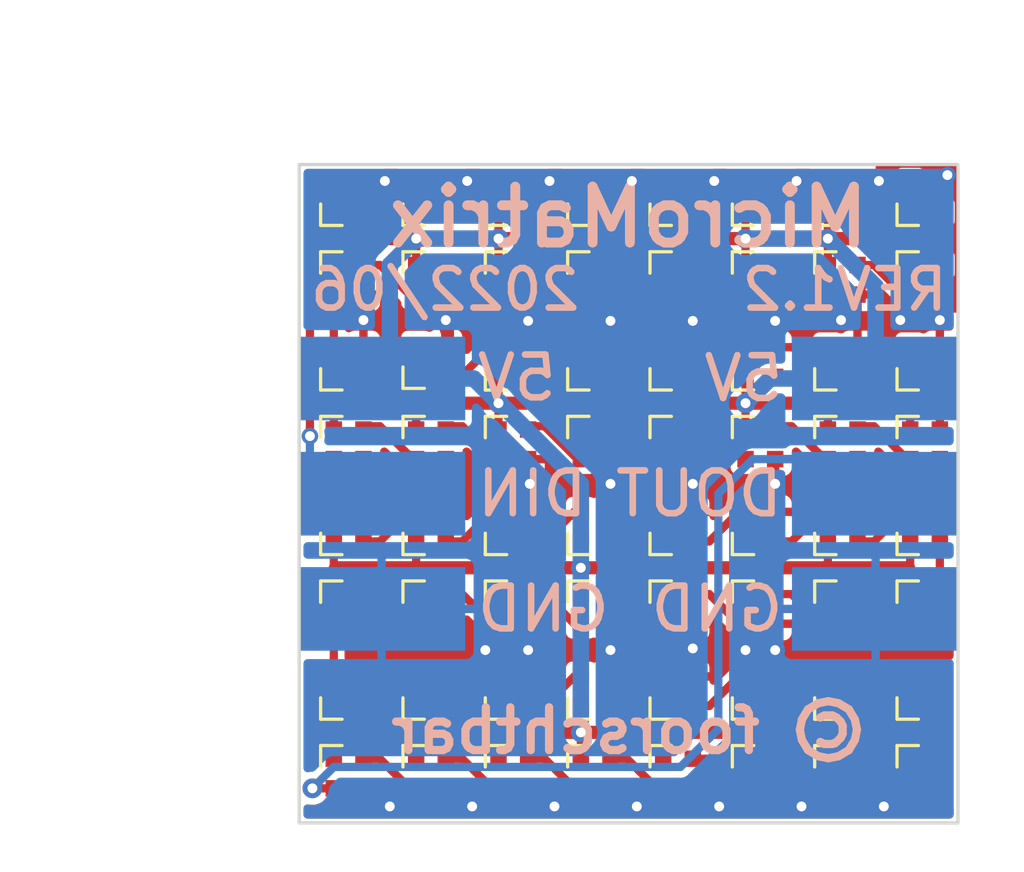
<source format=kicad_pcb>
(kicad_pcb (version 20211014) (generator pcbnew)
  (title_block (title "MicroMatrix") (date "2022-06-17") (rev "1.2") (company "© foorschtbar"))
  (layers (0 "F.Cu" signal) (31 "B.Cu" signal) (34 "B.Paste" user) (35 "F.Paste" user) (36 "B.SilkS" user "B.Silkscreen") (37 "F.SilkS" user "F.Silkscreen") (38 "B.Mask" user) (39 "F.Mask" user) (44 "Edge.Cuts" user))
  (net 0 "")
  (net 1 "Net-(D1-Pad1)")
  (net 2 "GND")
  (net 3 "DIN")
  (net 4 "+5V")
  (net 5 "Net-(D2-Pad1)")
  (net 6 "Net-(D3-Pad1)")
  (net 7 "Net-(D4-Pad1)")
  (net 8 "Net-(D5-Pad1)")
  (net 9 "Net-(D6-Pad1)")
  (net 10 "Net-(D7-Pad1)")
  (net 11 "Net-(D8-Pad1)")
  (net 12 "Net-(D10-Pad3)")
  (net 13 "Net-(D10-Pad1)")
  (net 14 "Net-(D11-Pad1)")
  (net 15 "Net-(D12-Pad1)")
  (net 16 "Net-(D13-Pad1)")
  (net 17 "Net-(D14-Pad1)")
  (net 18 "Net-(D15-Pad1)")
  (net 19 "Net-(D16-Pad1)")
  (net 20 "Net-(D17-Pad1)")
  (net 21 "Net-(D18-Pad1)")
  (net 22 "Net-(D19-Pad1)")
  (net 23 "Net-(D20-Pad1)")
  (net 24 "Net-(D21-Pad1)")
  (net 25 "Net-(D22-Pad1)")
  (net 26 "Net-(D23-Pad1)")
  (net 27 "Net-(D24-Pad1)")
  (net 28 "Net-(D25-Pad1)")
  (net 29 "Net-(D26-Pad1)")
  (net 30 "Net-(D27-Pad1)")
  (net 31 "Net-(D28-Pad1)")
  (net 32 "Net-(D29-Pad1)")
  (net 33 "Net-(D30-Pad1)")
  (net 34 "Net-(D31-Pad1)")
  (net 35 "Net-(D32-Pad1)")
  (net 36 "Net-(D33-Pad1)")
  (net 37 "Net-(D34-Pad1)")
  (net 38 "Net-(D35-Pad1)")
  (net 39 "Net-(D36-Pad1)")
  (net 40 "Net-(D37-Pad1)")
  (net 41 "Net-(D38-Pad1)")
  (net 42 "Net-(D39-Pad1)")
  (net 43 "Net-(D40-Pad1)")
  (net 44 "Net-(D41-Pad1)")
  (net 45 "Net-(D42-Pad1)")
  (net 46 "Net-(D43-Pad1)")
  (net 47 "Net-(D44-Pad1)")
  (net 48 "Net-(D45-Pad1)")
  (net 49 "Net-(D46-Pad1)")
  (net 50 "Net-(D47-Pad1)")
  (net 51 "Net-(D48-Pad1)")
  (net 52 "Net-(D49-Pad1)")
  (net 53 "Net-(D50-Pad1)")
  (net 54 "Net-(D51-Pad1)")
  (net 55 "Net-(D52-Pad1)")
  (net 56 "Net-(D53-Pad1)")
  (net 57 "Net-(D54-Pad1)")
  (net 58 "Net-(D55-Pad1)")
  (net 59 "Net-(D56-Pad1)")
  (net 60 "Net-(D57-Pad1)")
  (net 61 "Net-(D58-Pad1)")
  (net 62 "Net-(D59-Pad1)")
  (net 63 "Net-(D60-Pad1)")
  (net 64 "Net-(D61-Pad1)")
  (net 65 "Net-(D62-Pad1)")
  (net 66 "Net-(D63-Pad1)")
  (net 67 "DOUT")
  (footprint "LED_SMD:LED_SK6812_EC15_1.5x1.5mm" (layer "F.Cu") (at 144 107.5 90)
    (fp_text reference "D59")
    (fp_text value "SK6805")
  )
  (footprint "LED_SMD:LED_SK6812_EC15_1.5x1.5mm" (layer "F.Cu") (at 144 105 180)
    (fp_text reference "D54")
    (fp_text value "SK6805")
  )
  (footprint "LED_SMD:LED_SK6812_EC15_1.5x1.5mm" (layer "F.Cu") (at 134 92.5 90)
    (fp_text reference "D15")
    (fp_text value "SK6805")
  )
  (footprint "" (layer "F.Cu") (at 132.5 99)
    (fp_text reference "")
    (fp_text value "")
  )
  (footprint "LED_SMD:LED_SK6812_EC15_1.5x1.5mm" (layer "F.Cu") (at 136.5 90 180)
    (fp_text reference "D3")
    (fp_text value "SK6805")
  )
  (footprint "LED_SMD:LED_SK6812_EC15_1.5x1.5mm" (layer "F.Cu") (at 134 102.5 90)
    (fp_text reference "D47")
    (fp_text value "SK6805")
  )
  (footprint "LED_SMD:LED_SK6812_EC15_1.5x1.5mm" (layer "F.Cu") (at 146.5 95 180)
    (fp_text reference "D23")
    (fp_text value "SK6805")
  )
  (footprint "" (layer "F.Cu") (at 147.5 95.5)
    (fp_text reference "")
    (fp_text value "")
  )
  (footprint "LED_SMD:LED_SK6812_EC15_1.5x1.5mm" (layer "F.Cu") (at 146.5 97.5 90)
    (fp_text reference "D26")
    (fp_text value "SK6805")
  )
  (footprint "LED_SMD:LED_SK6812_EC15_1.5x1.5mm" (layer "F.Cu") (at 149 105 180)
    (fp_text reference "D56")
    (fp_text value "SK6805")
  )
  (footprint "LED_SMD:LED_SK6812_EC15_1.5x1.5mm" (layer "F.Cu") (at 146.5 105 180)
    (fp_text reference "D55")
    (fp_text value "SK6805")
  )
  (footprint "LED_SMD:LED_SK6812_EC15_1.5x1.5mm" (layer "F.Cu") (at 139 102.5 90)
    (fp_text reference "D45")
    (fp_text value "SK6805")
  )
  (footprint "LED_SMD:LED_SK6812_EC15_1.5x1.5mm" (layer "F.Cu") (at 131.5 97.5 90)
    (fp_text reference "D32")
    (fp_text value "SK6805")
  )
  (footprint "LED_SMD:LED_SK6812_EC15_1.5x1.5mm" (layer "F.Cu") (at 136.5 100 180)
    (fp_text reference "D35")
    (fp_text value "SK6805")
  )
  (footprint "LED_SMD:LED_SK6812_EC15_1.5x1.5mm" (layer "F.Cu") (at 141.5 102.5 90)
    (fp_text reference "D44")
    (fp_text value "SK6805")
  )
  (footprint "LED_SMD:LED_SK6812_EC15_1.5x1.5mm" (layer "F.Cu") (at 131.5 90 180)
    (fp_text reference "D1")
    (fp_text value "SK6805")
  )
  (footprint "LED_SMD:LED_SK6812_EC15_1.5x1.5mm" (layer "F.Cu") (at 139 95 180)
    (fp_text reference "D20")
    (fp_text value "SK6805")
  )
  (footprint "LED_SMD:LED_SK6812_EC15_1.5x1.5mm" (layer "F.Cu") (at 146.5 107.5 90)
    (fp_text reference "D58")
    (fp_text value "SK6805")
  )
  (footprint "LED_SMD:LED_SK6812_EC15_1.5x1.5mm" (layer "F.Cu") (at 134 107.5 90)
    (fp_text reference "D63")
    (fp_text value "SK6805")
  )
  (footprint "" (layer "F.Cu") (at 132.5 94.23)
    (fp_text reference "")
    (fp_text value "")
  )
  (footprint "LED_SMD:LED_SK6812_EC15_1.5x1.5mm" (layer "F.Cu") (at 149 100 180)
    (fp_text reference "D40")
    (fp_text value "SK6805")
  )
  (footprint "LED_SMD:LED_SK6812_EC15_1.5x1.5mm" (layer "F.Cu") (at 136.5 107.5 90)
    (fp_text reference "D62")
    (fp_text value "SK6805")
  )
  (footprint "LED_SMD:LED_SK6812_EC15_1.5x1.5mm" (layer "F.Cu") (at 131.5 107.5 90)
    (fp_text reference "D64")
    (fp_text value "SK6805")
  )
  (footprint "LED_SMD:LED_SK6812_EC15_1.5x1.5mm" (layer "F.Cu") (at 144 102.5 90)
    (fp_text reference "D43")
    (fp_text value "SK6805")
  )
  (footprint "LED_SMD:LED_SK6812_EC15_1.5x1.5mm" (layer "F.Cu") (at 131.5 105 180)
    (fp_text reference "D49")
    (fp_text value "SK6805")
  )
  (footprint "LED_SMD:LED_SK6812_EC15_1.5x1.5mm" (layer "F.Cu") (at 134 94.95 180)
    (fp_text reference "D18")
    (fp_text value "SK6805")
  )
  (footprint "LED_SMD:LED_SK6812_EC15_1.5x1.5mm" (layer "F.Cu") (at 146.5 100 180)
    (fp_text reference "D39")
    (fp_text value "SK6805")
  )
  (footprint "LED_SMD:LED_SK6812_EC15_1.5x1.5mm" (layer "F.Cu") (at 141.5 100 180)
    (fp_text reference "D37")
    (fp_text value "SK6805")
  )
  (footprint "LED_SMD:LED_SK6812_EC15_1.5x1.5mm" (layer "F.Cu") (at 146.5 102.5 90)
    (fp_text reference "D42")
    (fp_text value "SK6805")
  )
  (footprint "LED_SMD:LED_SK6812_EC15_1.5x1.5mm" (layer "F.Cu") (at 139 107.5 90)
    (fp_text reference "D61")
    (fp_text value "SK6805")
  )
  (footprint "LED_SMD:LED_SK6812_EC15_1.5x1.5mm" (layer "F.Cu") (at 141.5 90 180)
    (fp_text reference "D5")
    (fp_text value "SK6805")
  )
  (footprint "LED_SMD:LED_SK6812_EC15_1.5x1.5mm" (layer "F.Cu") (at 141.5 97.5 90)
    (fp_text reference "D28")
    (fp_text value "SK6805")
  )
  (footprint "LED_SMD:LED_SK6812_EC15_1.5x1.5mm" (layer "F.Cu") (at 144 97.5 90)
    (fp_text reference "D27")
    (fp_text value "SK6805")
  )
  (footprint "LED_SMD:LED_SK6812_EC15_1.5x1.5mm" (layer "F.Cu") (at 136.5 95 180)
    (fp_text reference "D19")
    (fp_text value "SK6805")
  )
  (footprint "LED_SMD:LED_SK6812_EC15_1.5x1.5mm" (layer "F.Cu") (at 149 107.5 90)
    (fp_text reference "D57")
    (fp_text value "SK6805")
  )
  (footprint "LED_SMD:LED_SK6812_EC15_1.5x1.5mm" (layer "F.Cu") (at 136.5 97.5 90)
    (fp_text reference "D30")
    (fp_text value "SK6805")
  )
  (footprint "LED_SMD:LED_SK6812_EC15_1.5x1.5mm" (layer "F.Cu") (at 134 90 180)
    (fp_text reference "D2")
    (fp_text value "SK6805")
  )
  (footprint "LED_SMD:LED_SK6812_EC15_1.5x1.5mm" (layer "F.Cu") (at 131.5 92.5 90)
    (fp_text reference "D16")
    (fp_text value "SK6805")
  )
  (footprint "LED_SMD:LED_SK6812_EC15_1.5x1.5mm" (layer "F.Cu") (at 141.5 105 180)
    (fp_text reference "D53")
    (fp_text value "SK6805")
  )
  (footprint "LED_SMD:LED_SK6812_EC15_1.5x1.5mm" (layer "F.Cu") (at 144 92.5 90)
    (fp_text reference "D11")
    (fp_text value "SK6805")
  )
  (footprint "" (layer "F.Cu") (at 147.5 102.5)
    (fp_text reference "")
    (fp_text value "")
  )
  (footprint "LED_SMD:LED_SK6812_EC15_1.5x1.5mm" (layer "F.Cu") (at 141.5 107.5 90)
    (fp_text reference "D60")
    (fp_text value "SK6805")
  )
  (footprint "LED_SMD:LED_SK6812_EC15_1.5x1.5mm" (layer "F.Cu") (at 134 100 180)
    (fp_text reference "D34")
    (fp_text value "SK6805")
  )
  (footprint "LED_SMD:LED_SK6812_EC15_1.5x1.5mm" (layer "F.Cu") (at 134 97.5 90)
    (fp_text reference "D31")
    (fp_text value "SK6805")
  )
  (footprint "LED_SMD:LED_SK6812_EC15_1.5x1.5mm" (layer "F.Cu") (at 139 97.5 90)
    (fp_text reference "D29")
    (fp_text value "SK6805")
  )
  (footprint "LED_SMD:LED_SK6812_EC15_1.5x1.5mm" (layer "F.Cu") (at 139 100 180)
    (fp_text reference "D36")
    (fp_text value "SK6805")
  )
  (footprint "LED_SMD:LED_SK6812_EC15_1.5x1.5mm" (layer "F.Cu") (at 139 90 180)
    (fp_text reference "D4")
    (fp_text value "SK6805")
  )
  (footprint "LED_SMD:LED_SK6812_EC15_1.5x1.5mm" (layer "F.Cu") (at 141.5 92.5 90)
    (fp_text reference "D12")
    (fp_text value "SK6805")
  )
  (footprint "LED_SMD:LED_SK6812_EC15_1.5x1.5mm" (layer "F.Cu") (at 146.5 90 180)
    (fp_text reference "D7")
    (fp_text value "SK6805")
  )
  (footprint "LED_SMD:LED_SK6812_EC15_1.5x1.5mm" (layer "F.Cu") (at 144 90 180)
    (fp_text reference "D6")
    (fp_text value "SK6805")
  )
  (footprint "LED_SMD:LED_SK6812_EC15_1.5x1.5mm" (layer "F.Cu") (at 141.5 95 180)
    (fp_text reference "D21")
    (fp_text value "SK6805")
  )
  (footprint "LED_SMD:LED_SK6812_EC15_1.5x1.5mm" (layer "F.Cu") (at 136.5 105 180)
    (fp_text reference "D51")
    (fp_text value "SK6805")
  )
  (footprint "" (layer "F.Cu") (at 147.5 99)
    (fp_text reference "")
    (fp_text value "")
  )
  (footprint "LED_SMD:LED_SK6812_EC15_1.5x1.5mm" (layer "F.Cu") (at 136.5 92.5 90)
    (fp_text reference "D14")
    (fp_text value "SK6805")
  )
  (footprint "LED_SMD:LED_SK6812_EC15_1.5x1.5mm" (layer "F.Cu") (at 149 95 180)
    (fp_text reference "D24")
    (fp_text value "SK6805")
  )
  (footprint "LED_SMD:LED_SK6812_EC15_1.5x1.5mm" (layer "F.Cu") (at 139 92.5 90)
    (fp_text reference "D13")
    (fp_text value "SK6805")
  )
  (footprint "LED_SMD:LED_SK6812_EC15_1.5x1.5mm" (layer "F.Cu") (at 149 90 180)
    (fp_text reference "D8")
    (fp_text value "SK6805")
  )
  (footprint "LED_SMD:LED_SK6812_EC15_1.5x1.5mm" (layer "F.Cu") (at 146.5 92.5 90)
    (fp_text reference "D10")
    (fp_text value "SK6805")
  )
  (footprint "LED_SMD:LED_SK6812_EC15_1.5x1.5mm" (layer "F.Cu") (at 131.5 102.5 90)
    (fp_text reference "D48")
    (fp_text value "SK6805")
  )
  (footprint "LED_SMD:LED_SK6812_EC15_1.5x1.5mm" (layer "F.Cu") (at 149 97.5 90)
    (fp_text reference "D25")
    (fp_text value "SK6805")
  )
  (footprint "LED_SMD:LED_SK6812_EC15_1.5x1.5mm" (layer "F.Cu") (at 131.5 100 180)
    (fp_text reference "D33")
    (fp_text value "SK6805")
  )
  (footprint "LED_SMD:LED_SK6812_EC15_1.5x1.5mm" (layer "F.Cu") (at 134 105 180)
    (fp_text reference "D50")
    (fp_text value "SK6805")
  )
  (footprint "LED_SMD:LED_SK6812_EC15_1.5x1.5mm" (layer "F.Cu") (at 149 92.5 90)
    (fp_text reference "D9")
    (fp_text value "SK6805")
  )
  (footprint "LED_SMD:LED_SK6812_EC15_1.5x1.5mm" (layer "F.Cu") (at 131.5 95 180)
    (fp_text reference "D17")
    (fp_text value "SK6805")
  )
  (footprint "LED_SMD:LED_SK6812_EC15_1.5x1.5mm" (layer "F.Cu") (at 144 100 180)
    (fp_text reference "D38")
    (fp_text value "SK6805")
  )
  (footprint "LED_SMD:LED_SK6812_EC15_1.5x1.5mm" (layer "F.Cu") (at 136.5 102.5 90)
    (fp_text reference "D46")
    (fp_text value "SK6805")
  )
  (footprint "" (layer "F.Cu") (at 132.5 102.5)
    (fp_text reference "")
    (fp_text value "")
  )
  (footprint "LED_SMD:LED_SK6812_EC15_1.5x1.5mm" (layer "F.Cu") (at 144 95 180)
    (fp_text reference "D22")
    (fp_text value "SK6805")
  )
  (footprint "LED_SMD:LED_SK6812_EC15_1.5x1.5mm" (layer "F.Cu") (at 139 105 180)
    (fp_text reference "D52")
    (fp_text value "SK6805")
  )
  (footprint "LED_SMD:LED_SK6812_EC15_1.5x1.5mm" (layer "F.Cu") (at 149 102.5 90)
    (fp_text reference "D41")
    (fp_text value "SK6805")
  )
  (gr_rect locked (start 130 89) (end 150 109) (layer "Edge.Cuts") (width 0.1) (fill none))
  (gr_text "5V" (at 143.488095 95.5) (layer "B.SilkS") (effects (font (size 1.3 1.3) (thickness 0.2)) (justify mirror)))
  (gr_text "REV1.2" (at 149.775 92.8) (layer "B.SilkS") (effects (font (size 1.2 1.2) (thickness 0.2)) (justify left mirror)))
  (gr_text "5V" (at 135.3 95.48) (layer "B.SilkS") (effects (font (size 1.3 1.3) (thickness 0.2)) (justify right mirror)))
  (gr_text "© foorschtbar" (at 140 106.2) (layer "B.SilkS") (effects (font (size 1.3 1.3) (thickness 0.25)) (justify mirror)))
  (gr_text "DIN" (at 135.3 99) (layer "B.SilkS") (effects (font (size 1.3 1.3) (thickness 0.2)) (justify right mirror)))
  (gr_text "DOUT" (at 139.5 99) (layer "B.SilkS") (effects (font (size 1.3 1.3) (thickness 0.2)) (justify right mirror)))
  (gr_text "GND" (at 135.3 102.5) (layer "B.SilkS") (effects (font (size 1.3 1.3) (thickness 0.2)) (justify right mirror)))
  (gr_text "GND" (at 142.683333 102.5) (layer "B.SilkS") (effects (font (size 1.3 1.3) (thickness 0.2)) (justify mirror)))
  (gr_text "MicroMatrix" (at 140 90.6) (layer "B.SilkS") (effects (font (size 1.7 1.7) (thickness 0.3)) (justify mirror)))
  (gr_text "2022/06" (at 130.242857 92.8) (layer "B.SilkS") (effects (font (size 1.2 1.2) (thickness 0.2)) (justify right mirror)))
  (segment (start 133.433193 89.55) (end 133.55 89.55) (width 0.25) (layer "F.Cu") (net 1))
  (segment (start 132.533193 90.45) (end 133.433193 89.55) (width 0.25) (layer "F.Cu") (net 1))
  (segment (start 131.95 90.45) (end 132.533193 90.45) (width 0.25) (layer "F.Cu") (net 1))
  (segment (start 147.6 89.5) (end 147.6 89.4) (width 0.25) (layer "F.Cu") (net 2))
  (via (at 134.45 93.725) (size 0.6) (drill 0.3) (layers "F.Cu" "B.Cu") (net 2))
  (via (at 142.75 108.5) (size 0.6) (drill 0.3) (layers "F.Cu" "B.Cu") (net 2))
  (via (at 139.45 93.75) (size 0.6) (drill 0.3) (layers "F.Cu" "B.Cu") (net 2))
  (via (at 147.6 89.5) (size 0.6) (drill 0.3) (layers "F.Cu" "B.Cu") (net 2))
  (via (at 132.75 108.5) (size 0.6) (drill 0.3) (layers "F.Cu" "B.Cu") (net 2))
  (via (at 141.95 98.7) (size 0.6) (drill 0.3) (layers "F.Cu" "B.Cu") (net 2))
  (via (at 145.1 89.5) (size 0.6) (drill 0.3) (layers "F.Cu" "B.Cu") (net 2))
  (via (at 145.25 108.5) (size 0.6) (drill 0.3) (layers "F.Cu" "B.Cu") (net 2))
  (via (at 144.45 93.75) (size 0.6) (drill 0.3) (layers "F.Cu" "B.Cu") (net 2))
  (via (at 147.75 108.5) (size 0.6) (drill 0.3) (layers "F.Cu" "B.Cu") (net 2))
  (via (at 135.25 108.5) (size 0.6) (drill 0.3) (layers "F.Cu" "B.Cu") (net 2))
  (via (at 144.45 98.7) (size 0.6) (drill 0.3) (layers "F.Cu" "B.Cu") (net 2))
  (via (at 143.55 103.75) (size 0.6) (drill 0.3) (layers "F.Cu" "B.Cu") (net 2))
  (via (at 137.6 89.5) (size 0.6) (drill 0.3) (layers "F.Cu" "B.Cu") (net 2))
  (via (at 139.45 103.75) (size 0.6) (drill 0.3) (layers "F.Cu" "B.Cu") (net 2))
  (via (at 149.68 89.32) (size 0.5) (drill 0.3) (layers "F.Cu" "B.Cu") (net 2))
  (via (at 137 98.7) (size 0.6) (drill 0.3) (layers "F.Cu" "B.Cu") (net 2))
  (via (at 149.45 93.725) (size 0.6) (drill 0.3) (layers "F.Cu" "B.Cu") (net 2))
  (via (at 146.45 93.725) (size 0.6) (drill 0.3) (layers "F.Cu" "B.Cu") (net 2))
  (via (at 136.95 93.75) (size 0.6) (drill 0.3) (layers "F.Cu" "B.Cu") (net 2))
  (via (at 140.1 89.5) (size 0.6) (drill 0.3) (layers "F.Cu" "B.Cu") (net 2))
  (via (at 131.95 93.725) (size 0.6) (drill 0.3) (layers "F.Cu" "B.Cu") (net 2))
  (via (at 132.6 89.5) (size 0.6) (drill 0.3) (layers "F.Cu" "B.Cu") (net 2))
  (via (at 139.45 98.7) (size 0.6) (drill 0.3) (layers "F.Cu" "B.Cu") (net 2))
  (via (at 137.75 108.5) (size 0.6) (drill 0.3) (layers "F.Cu" "B.Cu") (net 2))
  (via (at 135.1 89.5) (size 0.6) (drill 0.3) (layers "F.Cu" "B.Cu") (net 2))
  (via (at 140.25 108.5) (size 0.6) (drill 0.3) (layers "F.Cu" "B.Cu") (net 2))
  (via (at 141.95 103.7) (size 0.6) (drill 0.3) (layers "F.Cu" "B.Cu") (net 2))
  (via (at 144.45 103.75) (size 0.6) (drill 0.3) (layers "F.Cu" "B.Cu") (net 2))
  (via (at 148.25 93.725) (size 0.6) (drill 0.3) (layers "F.Cu" "B.Cu") (net 2))
  (via (at 136.95 103.75) (size 0.6) (drill 0.3) (layers "F.Cu" "B.Cu") (net 2))
  (via (at 141.95 93.75) (size 0.6) (drill 0.3) (layers "F.Cu" "B.Cu") (net 2))
  (via (at 135.65 103.75) (size 0.6) (drill 0.3) (layers "F.Cu" "B.Cu") (net 2))
  (via (at 142.6 89.5) (size 0.6) (drill 0.3) (layers "F.Cu" "B.Cu") (net 2))
  (segment (start 130.55 89.55) (end 130.325 89.775) (width 0.25) (layer "F.Cu") (net 3))
  (segment (start 130.325 89.775) (end 130.325 97.25) (width 0.25) (layer "F.Cu") (net 3))
  (segment (start 131.05 89.55) (end 130.55 89.55) (width 0.25) (layer "F.Cu") (net 3))
  (via (at 130.325 97.25) (size 0.5) (drill 0.3) (layers "F.Cu" "B.Cu") (net 3))
  (segment (start 131.125 99) (end 130.325 98.2) (width 0.25) (layer "B.Cu") (net 3))
  (segment (start 132.5 99) (end 130.95 99) (width 0.25) (layer "B.Cu") (net 3))
  (segment (start 130.325 98.05) (end 130.325 97.25) (width 0.25) (layer "B.Cu") (net 3))
  (segment (start 130.95 99) (end 130.35 98.4) (width 0.25) (layer "B.Cu") (net 3))
  (segment (start 132.5 99) (end 131.125 99) (width 0.25) (layer "B.Cu") (net 3))
  (segment (start 148.55 101.2) (end 148.55 102.05) (width 0.25) (layer "F.Cu") (net 4))
  (segment (start 131.05 101.2) (end 131.05 102.05) (width 0.25) (layer "F.Cu") (net 4))
  (segment (start 136.05 101.2) (end 136.05 102.05) (width 0.25) (layer "F.Cu") (net 4))
  (segment (start 138.55 96.2) (end 138.55 96.95) (width 0.25) (layer "F.Cu") (net 4))
  (segment (start 133.55 95.4) (end 133.55 96.95) (width 0.25) (layer "F.Cu") (net 4))
  (segment (start 141.05 95.45) (end 141.05 96.95) (width 0.25) (layer "F.Cu") (net 4))
  (segment (start 143.55 95.45) (end 143.55 96.25) (width 0.25) (layer "F.Cu") (net 4))
  (segment (start 136.05 96.25) (end 136.05 96.95) (width 0.25) (layer "F.Cu") (net 4))
  (segment (start 131.05 100.45) (end 131.05 101.2) (width 0.25) (layer "F.Cu") (net 4))
  (segment (start 143.55 100.45) (end 143.55 102.05) (width 0.25) (layer "F.Cu") (net 4))
  (segment (start 146.05 105.45) (end 146.05 107.05) (width 0.25) (layer "F.Cu") (net 4))
  (segment (start 138.55 107.05) (end 138.55 105.45) (width 0.25) (layer "F.Cu") (net 4))
  (segment (start 146.05 90.45) (end 146.05 92.05) (width 0.25) (layer "F.Cu") (net 4))
  (segment (start 146.05 100.45) (end 146.05 102.05) (width 0.25) (layer "F.Cu") (net 4))
  (segment (start 136.05 106.2) (end 136.05 107.05) (width 0.25) (layer "F.Cu") (net 4))
  (segment (start 131.05 91.2) (end 131.05 92.05) (width 0.25) (layer "F.Cu") (net 4))
  (segment (start 138.55 90.45) (end 138.55 92.05) (width 0.25) (layer "F.Cu") (net 4))
  (segment (start 141.05 105.45) (end 141.05 106.2) (width 0.25) (layer "F.Cu") (net 4))
  (segment (start 141.05 106.2) (end 141.05 107.05) (width 0.25) (layer "F.Cu") (net 4))
  (segment (start 136.05 95.45) (end 136.05 96.25) (width 0.25) (layer "F.Cu") (net 4))
  (segment (start 131.05 90.45) (end 131.05 91.2) (width 0.25) (layer "F.Cu") (net 4))
  (segment (start 143.55 90.45) (end 143.55 92.05) (width 0.25) (layer "F.Cu") (net 4))
  (segment (start 131.05 96.2) (end 131.05 96.95) (width 0.25) (layer "F.Cu") (net 4))
  (segment (start 131.05 105.45) (end 131.05 106.2) (width 0.25) (layer "F.Cu") (net 4))
  (segment (start 133.55 107.05) (end 133.55 105.45) (width 0.25) (layer "F.Cu") (net 4))
  (segment (start 136.05 90.45) (end 136.05 91.25) (width 0.25) (layer "F.Cu") (net 4))
  (segment (start 148.55 91.2) (end 148.55 92.05) (width 0.25) (layer "F.Cu") (net 4))
  (segment (start 148.55 106.2) (end 148.55 105.45) (width 0.25) (layer "F.Cu") (net 4))
  (segment (start 131.1 101.25) (end 148.5 101.25) (width 0.4) (layer "F.Cu") (net 4))
  (segment (start 148.55 95.45) (end 148.55 96.2) (width 0.25) (layer "F.Cu") (net 4))
  (segment (start 146.05 91.25) (end 148.5 91.25) (width 0.4) (layer "F.Cu") (net 4))
  (segment (start 148.55 96.2) (end 148.55 96.95) (width 0.25) (layer "F.Cu") (net 4))
  (segment (start 143.55 96.25) (end 143.55 96.95) (width 0.25) (layer "F.Cu") (net 4))
  (segment (start 131.1 106.25) (end 148.5 106.25) (width 0.4) (layer "F.Cu") (net 4))
  (segment (start 138.55 95.45) (end 138.55 96.2) (width 0.25) (layer "F.Cu") (net 4))
  (segment (start 148.5 96.25) (end 131.1 96.25) (width 0.4) (layer "F.Cu") (net 4))
  (segment (start 133.55 102.05) (end 133.55 100.45) (width 0.25) (layer "F.Cu") (net 4))
  (segment (start 146.05 95.45) (end 146.05 96.95) (width 0.25) (layer "F.Cu") (net 4))
  (segment (start 136.05 100.45) (end 136.05 101.2) (width 0.25) (layer "F.Cu") (net 4))
  (segment (start 136.05 91.25) (end 136.05 92.05) (width 0.25) (layer "F.Cu") (net 4))
  (segment (start 138.55 100.45) (end 138.55 102.05) (width 0.25) (layer "F.Cu") (net 4))
  (segment (start 133.55 90.45) (end 133.55 91.25) (width 0.25) (layer "F.Cu") (net 4))
  (segment (start 131.05 95.45) (end 131.05 96.2) (width 0.25) (layer "F.Cu") (net 4))
  (segment (start 148.55 100.45) (end 148.55 101.2) (width 0.25) (layer "F.Cu") (net 4))
  (segment (start 131.05 106.2) (end 131.05 107.05) (width 0.25) (layer "F.Cu") (net 4))
  (segment (start 136.05 105.45) (end 136.05 106.2) (width 0.25) (layer "F.Cu") (net 4))
  (segment (start 148.55 107.05) (end 148.55 106.2) (width 0.25) (layer "F.Cu") (net 4))
  (segment (start 148.55 90.45) (end 148.55 91.2) (width 0.25) (layer "F.Cu") (net 4))
  (segment (start 131.1 91.25) (end 143.55 91.25) (width 0.4) (layer "F.Cu") (net 4))
  (segment (start 133.55 91.25) (end 133.55 92.05) (width 0.25) (layer "F.Cu") (net 4))
  (segment (start 143.55 105.45) (end 143.55 107.05) (width 0.25) (layer "F.Cu") (net 4))
  (segment (start 141.05 100.45) (end 141.05 102.05) (width 0.25) (layer "F.Cu") (net 4))
  (segment (start 141.05 90.45) (end 141.05 92.05) (width 0.25) (layer "F.Cu") (net 4))
  (via (at 136.05 96.25) (size 0.6) (drill 0.3) (layers "F.Cu" "B.Cu") (net 4))
  (via (at 133.55 91.25) (size 0.6) (drill 0.3) (layers "F.Cu" "B.Cu") (net 4))
  (via (at 143.55 91.25) (size 0.6) (drill 0.3) (layers "F.Cu" "B.Cu") (net 4))
  (via (at 143.55 96.25) (size 0.6) (drill 0.3) (layers "F.Cu" "B.Cu") (net 4))
  (via (at 136.05 91.25) (size 0.6) (drill 0.3) (layers "F.Cu" "B.Cu") (net 4))
  (via (at 138.55 101.25) (size 0.6) (drill 0.3) (layers "F.Cu" "B.Cu") (net 4))
  (via (at 138.55 106.25) (size 0.6) (drill 0.3) (layers "F.Cu" "B.Cu") (net 4))
  (via (at 146.05 91.25) (size 0.6) (drill 0.3) (layers "F.Cu" "B.Cu") (net 4))
  (segment (start 138.55 101.25) (end 138.55 106.25) (width 0.5) (layer "B.Cu") (net 4))
  (segment (start 144.3 95.5) (end 147.5 95.5) (width 0.5) (layer "B.Cu") (net 4))
  (segment (start 138.55 98.7) (end 136.1 96.25) (width 0.5) (layer "B.Cu") (net 4))
  (segment (start 143.55 96.25) (end 144.3 95.5) (width 0.5) (layer "B.Cu") (net 4))
  (segment (start 133.55 91.25) (end 132.75 92.05) (width 0.5) (layer "B.Cu") (net 4))
  (segment (start 135.3 95.5) (end 132.5 95.5) (width 0.5) (layer "B.Cu") (net 4))
  (segment (start 143.55 91.25) (end 146.05 91.25) (width 0.5) (layer "B.Cu") (net 4))
  (segment (start 136.05 96.25) (end 135.3 95.5) (width 0.5) (layer "B.Cu") (net 4))
  (segment (start 132.75 95.25) (end 132.5 95.5) (width 0.25) (layer "B.Cu") (net 4))
  (segment (start 132.75 92.05) (end 132.75 95.25) (width 0.5) (layer "B.Cu") (net 4))
  (segment (start 146.05 91.25) (end 147.5 92.7) (width 0.5) (layer "B.Cu") (net 4))
  (segment (start 147.5 92.7) (end 147.5 95.5) (width 0.5) (layer "B.Cu") (net 4))
  (segment (start 138.55 101.25) (end 138.55 98.7) (width 0.5) (layer "B.Cu") (net 4))
  (segment (start 136.1 96.25) (end 136.05 96.25) (width 0.5) (layer "B.Cu") (net 4))
  (segment (start 133.55 91.25) (end 136.05 91.25) (width 0.5) (layer "B.Cu") (net 4))
  (segment (start 135.933193 89.55) (end 136.05 89.55) (width 0.25) (layer "F.Cu") (net 5))
  (segment (start 134.45 90.45) (end 135.033193 90.45) (width 0.25) (layer "F.Cu") (net 5))
  (segment (start 135.033193 90.45) (end 135.933193 89.55) (width 0.25) (layer "F.Cu") (net 5))
  (segment (start 137.533193 90.45) (end 138.433193 89.55) (width 0.25) (layer "F.Cu") (net 6))
  (segment (start 136.95 90.45) (end 137.533193 90.45) (width 0.25) (layer "F.Cu") (net 6))
  (segment (start 138.433193 89.55) (end 138.55 89.55) (width 0.25) (layer "F.Cu") (net 6))
  (segment (start 140.033193 90.45) (end 140.933193 89.55) (width 0.25) (layer "F.Cu") (net 7))
  (segment (start 139.45 90.45) (end 140.033193 90.45) (width 0.25) (layer "F.Cu") (net 7))
  (segment (start 140.933193 89.55) (end 141.05 89.55) (width 0.25) (layer "F.Cu") (net 7))
  (segment (start 143.433193 89.55) (end 143.55 89.55) (width 0.25) (layer "F.Cu") (net 8))
  (segment (start 141.95 90.45) (end 142.533193 90.45) (width 0.25) (layer "F.Cu") (net 8))
  (segment (start 142.533193 90.45) (end 143.433193 89.55) (width 0.25) (layer "F.Cu") (net 8))
  (segment (start 145.033193 90.45) (end 145.933193 89.55) (width 0.25) (layer "F.Cu") (net 9))
  (segment (start 144.45 90.45) (end 145.033193 90.45) (width 0.25) (layer "F.Cu") (net 9))
  (segment (start 145.933193 89.55) (end 146.05 89.55) (width 0.25) (layer "F.Cu") (net 9))
  (segment (start 147.533193 90.45) (end 148.433193 89.55) (width 0.25) (layer "F.Cu") (net 10))
  (segment (start 148.433193 89.55) (end 148.55 89.55) (width 0.25) (layer "F.Cu") (net 10))
  (segment (start 146.95 90.45) (end 147.533193 90.45) (width 0.25) (layer "F.Cu") (net 10))
  (segment (start 149.45 90.45) (end 149.45 92.05) (width 0.25) (layer "F.Cu") (net 11))
  (segment (start 147.45 92.05) (end 148.35 92.95) (width 0.25) (layer "F.Cu") (net 12))
  (segment (start 148.35 92.95) (end 148.55 92.95) (width 0.25) (layer "F.Cu") (net 12))
  (segment (start 146.95 92.05) (end 147.45 92.05) (width 0.25) (layer "F.Cu") (net 12))
  (segment (start 145.85 92.95) (end 146.05 92.95) (width 0.25) (layer "F.Cu") (net 13))
  (segment (start 144.45 92.05) (end 144.95 92.05) (width 0.25) (layer "F.Cu") (net 13))
  (segment (start 144.95 92.05) (end 145.85 92.95) (width 0.25) (layer "F.Cu") (net 13))
  (segment (start 141.95 92.05) (end 142.45 92.05) (width 0.25) (layer "F.Cu") (net 14))
  (segment (start 142.45 92.05) (end 143.35 92.95) (width 0.25) (layer "F.Cu") (net 14))
  (segment (start 143.35 92.95) (end 143.55 92.95) (width 0.25) (layer "F.Cu") (net 14))
  (segment (start 139.95 92.05) (end 140.85 92.95) (width 0.25) (layer "F.Cu") (net 15))
  (segment (start 140.85 92.95) (end 141.05 92.95) (width 0.25) (layer "F.Cu") (net 15))
  (segment (start 139.45 92.05) (end 139.95 92.05) (width 0.25) (layer "F.Cu") (net 15))
  (segment (start 136.95 92.05) (end 137.45 92.05) (width 0.25) (layer "F.Cu") (net 16))
  (segment (start 137.45 92.05) (end 138.35 92.95) (width 0.25) (layer "F.Cu") (net 16))
  (segment (start 138.35 92.95) (end 138.55 92.95) (width 0.25) (layer "F.Cu") (net 16))
  (segment (start 135.85 92.95) (end 136.05 92.95) (width 0.25) (layer "F.Cu") (net 17))
  (segment (start 134.45 92.05) (end 134.95 92.05) (width 0.25) (layer "F.Cu") (net 17))
  (segment (start 134.95 92.05) (end 135.85 92.95) (width 0.25) (layer "F.Cu") (net 17))
  (segment (start 132.45 92.05) (end 133.35 92.95) (width 0.25) (layer "F.Cu") (net 18))
  (segment (start 133.35 92.95) (end 133.55 92.95) (width 0.25) (layer "F.Cu") (net 18))
  (segment (start 131.95 92.05) (end 132.45 92.05) (width 0.25) (layer "F.Cu") (net 18))
  (segment (start 131.05 92.95) (end 131.05 94.55) (width 0.25) (layer "F.Cu") (net 19))
  (segment (start 132.45 95.45) (end 133.4 94.5) (width 0.25) (layer "F.Cu") (net 20))
  (segment (start 133.4 94.5) (end 133.55 94.5) (width 0.25) (layer "F.Cu") (net 20))
  (segment (start 131.95 95.45) (end 132.45 95.45) (width 0.25) (layer "F.Cu") (net 20))
  (segment (start 134.95 95.4) (end 135.8 94.55) (width 0.25) (layer "F.Cu") (net 21))
  (segment (start 135.8 94.55) (end 136.05 94.55) (width 0.25) (layer "F.Cu") (net 21))
  (segment (start 134.45 95.4) (end 134.95 95.4) (width 0.25) (layer "F.Cu") (net 21))
  (segment (start 136.95 95.45) (end 137.45 95.45) (width 0.25) (layer "F.Cu") (net 22))
  (segment (start 137.45 95.45) (end 138.35 94.55) (width 0.25) (layer "F.Cu") (net 22))
  (segment (start 138.35 94.55) (end 138.55 94.55) (width 0.25) (layer "F.Cu") (net 22))
  (segment (start 139.95 95.45) (end 140.85 94.55) (width 0.25) (layer "F.Cu") (net 23))
  (segment (start 139.45 95.45) (end 139.95 95.45) (width 0.25) (layer "F.Cu") (net 23))
  (segment (start 140.85 94.55) (end 141.05 94.55) (width 0.25) (layer "F.Cu") (net 23))
  (segment (start 141.95 95.45) (end 142.45 95.45) (width 0.25) (layer "F.Cu") (net 24))
  (segment (start 143.35 94.55) (end 143.55 94.55) (width 0.25) (layer "F.Cu") (net 24))
  (segment (start 142.45 95.45) (end 143.35 94.55) (width 0.25) (layer "F.Cu") (net 24))
  (segment (start 145.85 94.55) (end 146.05 94.55) (width 0.25) (layer "F.Cu") (net 25))
  (segment (start 144.95 95.45) (end 145.85 94.55) (width 0.25) (layer "F.Cu") (net 25))
  (segment (start 144.45 95.45) (end 144.95 95.45) (width 0.25) (layer "F.Cu") (net 25))
  (segment (start 146.95 95.45) (end 147.45 95.45) (width 0.25) (layer "F.Cu") (net 26))
  (segment (start 147.45 95.45) (end 148.35 94.55) (width 0.25) (layer "F.Cu") (net 26))
  (segment (start 148.35 94.55) (end 148.55 94.55) (width 0.25) (layer "F.Cu") (net 26))
  (segment (start 149.45 95.45) (end 149.45 96.95) (width 0.25) (layer "F.Cu") (net 27))
  (segment (start 147.45 96.95) (end 148.35 97.85) (width 0.25) (layer "F.Cu") (net 28))
  (segment (start 148.35 97.85) (end 148.55 97.85) (width 0.25) (layer "F.Cu") (net 28))
  (segment (start 146.95 96.95) (end 147.45 96.95) (width 0.25) (layer "F.Cu") (net 28))
  (segment (start 144.45 96.95) (end 144.95 96.95) (width 0.25) (layer "F.Cu") (net 29))
  (segment (start 144.95 96.95) (end 145.85 97.85) (width 0.25) (layer "F.Cu") (net 29))
  (segment (start 145.85 97.85) (end 146.05 97.85) (width 0.25) (layer "F.Cu") (net 29))
  (segment (start 142.45 96.95) (end 143.35 97.85) (width 0.25) (layer "F.Cu") (net 30))
  (segment (start 143.35 97.85) (end 143.55 97.85) (width 0.25) (layer "F.Cu") (net 30))
  (segment (start 141.95 96.95) (end 142.45 96.95) (width 0.25) (layer "F.Cu") (net 30))
  (segment (start 139.5 97) (end 140 97) (width 0.25) (layer "F.Cu") (net 31))
  (segment (start 140.85 97.85) (end 141.05 97.85) (width 0.25) (layer "F.Cu") (net 31))
  (segment (start 140 97) (end 140.85 97.85) (width 0.25) (layer "F.Cu") (net 31))
  (segment (start 138.35 97.85) (end 138.55 97.85) (width 0.25) (layer "F.Cu") (net 32))
  (segment (start 137.45 96.95) (end 138.35 97.85) (width 0.25) (layer "F.Cu") (net 32))
  (segment (start 136.95 96.95) (end 137.45 96.95) (width 0.25) (layer "F.Cu") (net 32))
  (segment (start 135.85 97.85) (end 136.05 97.85) (width 0.25) (layer "F.Cu") (net 33))
  (segment (start 134.95 96.95) (end 135.85 97.85) (width 0.25) (layer "F.Cu") (net 33))
  (segment (start 134.45 96.95) (end 134.95 96.95) (width 0.25) (layer "F.Cu") (net 33))
  (segment (start 133.35 97.85) (end 133.55 97.85) (width 0.25) (layer "F.Cu") (net 34))
  (segment (start 132.45 96.95) (end 133.35 97.85) (width 0.25) (layer "F.Cu") (net 34))
  (segment (start 131.95 96.95) (end 132.45 96.95) (width 0.25) (layer "F.Cu") (net 34))
  (segment (start 131.05 97.85) (end 131.05 99.55) (width 0.25) (layer "F.Cu") (net 35))
  (segment (start 133.35 99.55) (end 133.55 99.55) (width 0.25) (layer "F.Cu") (net 36))
  (segment (start 132.45 100.45) (end 133.35 99.55) (width 0.25) (layer "F.Cu") (net 36))
  (segment (start 131.95 100.45) (end 132.45 100.45) (width 0.25) (layer "F.Cu") (net 36))
  (segment (start 134.45 100.45) (end 134.95 100.45) (width 0.25) (layer "F.Cu") (net 37))
  (segment (start 134.95 100.45) (end 135.85 99.55) (width 0.25) (layer "F.Cu") (net 37))
  (segment (start 135.85 99.55) (end 136.05 99.55) (width 0.25) (layer "F.Cu") (net 37))
  (segment (start 136.95 100.45) (end 137.45 100.45) (width 0.25) (layer "F.Cu") (net 38))
  (segment (start 138.35 99.55) (end 138.55 99.55) (width 0.25) (layer "F.Cu") (net 38))
  (segment (start 137.45 100.45) (end 138.35 99.55) (width 0.25) (layer "F.Cu") (net 38))
  (segment (start 140.85 99.55) (end 141.05 99.55) (width 0.25) (layer "F.Cu") (net 39))
  (segment (start 139.45 100.45) (end 139.95 100.45) (width 0.25) (layer "F.Cu") (net 39))
  (segment (start 139.95 100.45) (end 140.85 99.55) (width 0.25) (layer "F.Cu") (net 39))
  (segment (start 141.95 100.45) (end 142.45 100.45) (width 0.25) (layer "F.Cu") (net 40))
  (segment (start 143.35 99.55) (end 143.55 99.55) (width 0.25) (layer "F.Cu") (net 40))
  (segment (start 142.45 100.45) (end 143.35 99.55) (width 0.25) (layer "F.Cu") (net 40))
  (segment (start 144.95 100.45) (end 145.85 99.55) (width 0.25) (layer "F.Cu") (net 41))
  (segment (start 145.85 99.55) (end 146.05 99.55) (width 0.25) (layer "F.Cu") (net 41))
  (segment (start 144.45 100.45) (end 144.95 100.45) (width 0.25) (layer "F.Cu") (net 41))
  (segment (start 146.95 100.45) (end 147.45 100.45) (width 0.25) (layer "F.Cu") (net 42))
  (segment (start 148.35 99.55) (end 148.55 99.55) (width 0.25) (layer "F.Cu") (net 42))
  (segment (start 147.45 100.45) (end 148.35 99.55) (width 0.25) (layer "F.Cu") (net 42))
  (segment (start 149.45 100.45) (end 149.45 102.05) (width 0.25) (layer "F.Cu") (net 43))
  (segment (start 148.35 102.95) (end 148.55 102.95) (width 0.25) (layer "F.Cu") (net 44))
  (segment (start 146.95 102.05) (end 147.45 102.05) (width 0.25) (layer "F.Cu") (net 44))
  (segment (start 147.45 102.05) (end 148.35 102.95) (width 0.25) (layer "F.Cu") (net 44))
  (segment (start 144.45 102.05) (end 144.95 102.05) (width 0.25) (layer "F.Cu") (net 45))
  (segment (start 144.95 102.05) (end 145.85 102.95) (width 0.25) (layer "F.Cu") (net 45))
  (segment (start 145.85 102.95) (end 146.05 102.95) (width 0.25) (layer "F.Cu") (net 45))
  (segment (start 142.45 102.05) (end 143.35 102.95) (width 0.25) (layer "F.Cu") (net 46))
  (segment (start 141.95 102.05) (end 142.45 102.05) (width 0.25) (layer "F.Cu") (net 46))
  (segment (start 143.35 102.95) (end 143.55 102.95) (width 0.25) (layer "F.Cu") (net 46))
  (segment (start 140.85 102.95) (end 141.05 102.95) (width 0.25) (layer "F.Cu") (net 47))
  (segment (start 139.45 102.05) (end 139.95 102.05) (width 0.25) (layer "F.Cu") (net 47))
  (segment (start 139.95 102.05) (end 140.85 102.95) (width 0.25) (layer "F.Cu") (net 47))
  (segment (start 137.45 102.05) (end 138.35 102.95) (width 0.25) (layer "F.Cu") (net 48))
  (segment (start 138.35 102.95) (end 138.55 102.95) (width 0.25) (layer "F.Cu") (net 48))
  (segment (start 136.95 102.05) (end 137.45 102.05) (width 0.25) (layer "F.Cu") (net 48))
  (segment (start 135.85 102.95) (end 136.05 102.95) (width 0.25) (layer "F.Cu") (net 49))
  (segment (start 134.45 102.05) (end 134.95 102.05) (width 0.25) (layer "F.Cu") (net 49))
  (segment (start 134.95 102.05) (end 135.85 102.95) (width 0.25) (layer "F.Cu") (net 49))
  (segment (start 133.35 102.95) (end 133.55 102.95) (width 0.25) (layer "F.Cu") (net 50))
  (segment (start 132.45 102.05) (end 133.35 102.95) (width 0.25) (layer "F.Cu") (net 50))
  (segment (start 131.95 102.05) (end 132.45 102.05) (width 0.25) (layer "F.Cu") (net 50))
  (segment (start 131.05 102.95) (end 131.05 104.55) (width 0.25) (layer "F.Cu") (net 51))
  (segment (start 132.45 105.45) (end 133.35 104.55) (width 0.25) (layer "F.Cu") (net 52))
  (segment (start 133.35 104.55) (end 133.55 104.55) (width 0.25) (layer "F.Cu") (net 52))
  (segment (start 131.95 105.45) (end 132.45 105.45) (width 0.25) (layer "F.Cu") (net 52))
  (segment (start 134.45 105.45) (end 134.95 105.45) (width 0.25) (layer "F.Cu") (net 53))
  (segment (start 134.95 105.45) (end 135.85 104.55) (width 0.25) (layer "F.Cu") (net 53))
  (segment (start 135.85 104.55) (end 136.05 104.55) (width 0.25) (layer "F.Cu") (net 53))
  (segment (start 136.95 105.45) (end 137.45 105.45) (width 0.25) (layer "F.Cu") (net 54))
  (segment (start 138.35 104.55) (end 138.55 104.55) (width 0.25) (layer "F.Cu") (net 54))
  (segment (start 137.45 105.45) (end 138.35 104.55) (width 0.25) (layer "F.Cu") (net 54))
  (segment (start 139.45 105.45) (end 139.95 105.45) (width 0.25) (layer "F.Cu") (net 55))
  (segment (start 139.95 105.45) (end 140.85 104.55) (width 0.25) (layer "F.Cu") (net 55))
  (segment (start 140.85 104.55) (end 141.05 104.55) (width 0.25) (layer "F.Cu") (net 55))
  (segment (start 143.35 104.55) (end 143.55 104.55) (width 0.25) (layer "F.Cu") (net 56))
  (segment (start 142.45 105.45) (end 143.35 104.55) (width 0.25) (layer "F.Cu") (net 56))
  (segment (start 141.95 105.45) (end 142.45 105.45) (width 0.25) (layer "F.Cu") (net 56))
  (segment (start 144.95 105.45) (end 145.85 104.55) (width 0.25) (layer "F.Cu") (net 57))
  (segment (start 145.9 104.5) (end 146 104.5) (width 0.25) (layer "F.Cu") (net 57))
  (segment (start 144.45 105.45) (end 144.95 105.45) (width 0.25) (layer "F.Cu") (net 57))
  (segment (start 145.85 104.55) (end 146.05 104.55) (width 0.25) (layer "F.Cu") (net 57))
  (segment (start 147.45 105.45) (end 148.35 104.55) (width 0.25) (layer "F.Cu") (net 58))
  (segment (start 146.95 105.45) (end 147.45 105.45) (width 0.25) (layer "F.Cu") (net 58))
  (segment (start 148.35 104.55) (end 148.55 104.55) (width 0.25) (layer "F.Cu") (net 58))
  (segment (start 149.45 105.45) (end 149.45 107.05) (width 0.25) (layer "F.Cu") (net 59))
  (segment (start 147.45 107.05) (end 148.35 107.95) (width 0.25) (layer "F.Cu") (net 60))
  (segment (start 148.35 107.95) (end 148.55 107.95) (width 0.25) (layer "F.Cu") (net 60))
  (segment (start 146.95 107.05) (end 147.45 107.05) (width 0.25) (layer "F.Cu") (net 60))
  (segment (start 144.45 107.05) (end 144.95 107.05) (width 0.25) (layer "F.Cu") (net 61))
  (segment (start 144.95 107.05) (end 145.85 107.95) (width 0.25) (layer "F.Cu") (net 61))
  (segment (start 145.85 107.95) (end 146.05 107.95) (width 0.25) (layer "F.Cu") (net 61))
  (segment (start 143.35 107.95) (end 143.55 107.95) (width 0.25) (layer "F.Cu") (net 62))
  (segment (start 142.45 107.05) (end 143.35 107.95) (width 0.25) (layer "F.Cu") (net 62))
  (segment (start 141.95 107.05) (end 142.45 107.05) (width 0.25) (layer "F.Cu") (net 62))
  (segment (start 140.85 107.95) (end 141.05 107.95) (width 0.25) (layer "F.Cu") (net 63))
  (segment (start 139.95 107.05) (end 140.85 107.95) (width 0.25) (layer "F.Cu") (net 63))
  (segment (start 139.45 107.05) (end 139.95 107.05) (width 0.25) (layer "F.Cu") (net 63))
  (segment (start 137.45 107.05) (end 138.35 107.95) (width 0.25) (layer "F.Cu") (net 64))
  (segment (start 138.35 107.95) (end 138.55 107.95) (width 0.25) (layer "F.Cu") (net 64))
  (segment (start 136.95 107.05) (end 137.45 107.05) (width 0.25) (layer "F.Cu") (net 64))
  (segment (start 134.95 107.05) (end 135.85 107.95) (width 0.25) (layer "F.Cu") (net 65))
  (segment (start 135.85 107.95) (end 136.05 107.95) (width 0.25) (layer "F.Cu") (net 65))
  (segment (start 134.45 107.05) (end 134.95 107.05) (width 0.25) (layer "F.Cu") (net 65))
  (segment (start 133.35 107.95) (end 133.55 107.95) (width 0.25) (layer "F.Cu") (net 66))
  (segment (start 132.45 107.05) (end 133.35 107.95) (width 0.25) (layer "F.Cu") (net 66))
  (segment (start 131.95 107.05) (end 132.45 107.05) (width 0.25) (layer "F.Cu") (net 66))
  (segment (start 130.4 107.95) (end 131.05 107.95) (width 0.25) (layer "F.Cu") (net 67))
  (via (at 130.4 107.95) (size 0.6) (drill 0.3) (layers "F.Cu" "B.Cu") (net 67))
  (segment (start 143.775 97.95) (end 142.725 99) (width 0.25) (layer "B.Cu") (net 67))
  (segment (start 131.05 107.3) (end 130.4 107.95) (width 0.25) (layer "B.Cu") (net 67))
  (segment (start 142.725 99) (end 142.725 106.15) (width 0.25) (layer "B.Cu") (net 67))
  (segment (start 141.575 107.3) (end 131.05 107.3) (width 0.25) (layer "B.Cu") (net 67))
  (segment (start 146.45 97.95) (end 147.5 99) (width 0.25) (layer "B.Cu") (net 67))
  (segment (start 142.725 106.15) (end 141.575 107.3) (width 0.25) (layer "B.Cu") (net 67))
  (segment (start 143.775 97.95) (end 146.45 97.95) (width 0.25) (layer "B.Cu") (net 67))
  (zone locked (net 2) (net_name "GND") (layers F&B.Cu) (connect_pads (clearance 0.128)) (min_thickness 0.254) (fill yes (thermal_gap 0.254) (thermal_bridge_width 0.254))
    (polygon (pts (xy 150.5 109.5) (xy 129.5 109.5) (xy 129.5 88.5) (xy 150.5 88.5)))
  )
  (zone (net 2) (net_name "GND") (layer "F.Cu") (connect_pads yes (clearance 0)) (min_thickness 0.0254) (fill yes (thermal_gap 0.0254) (thermal_bridge_width 0.0254))
    (polygon (pts (xy 150.5 89.5) (xy 147.5 89.5) (xy 147.5 88.5) (xy 150.5 88.5)))
  )
  (zone (net 2) (net_name "GND") (layer "F.Cu") (connect_pads yes (clearance 0)) (min_thickness 0.0254) (fill yes (thermal_gap 0.0254) (thermal_bridge_width 0.0254))
    (polygon (pts (xy 150.5 93.5) (xy 149.5 93.5) (xy 149.5 88.5) (xy 150.5 88.5)))
  )
  (zone locked (net 2) (net_name "GND") (layer "F.Cu") (connect_pads (clearance 0.508)) (min_thickness 0.254) (fill yes (thermal_gap 0.508) (thermal_bridge_width 0.508))
    (polygon (pts (xy 150.5 109.5) (xy 129.5 109.5) (xy 129.5 88.5) (xy 150.5 88.5)))
  )
)
</source>
